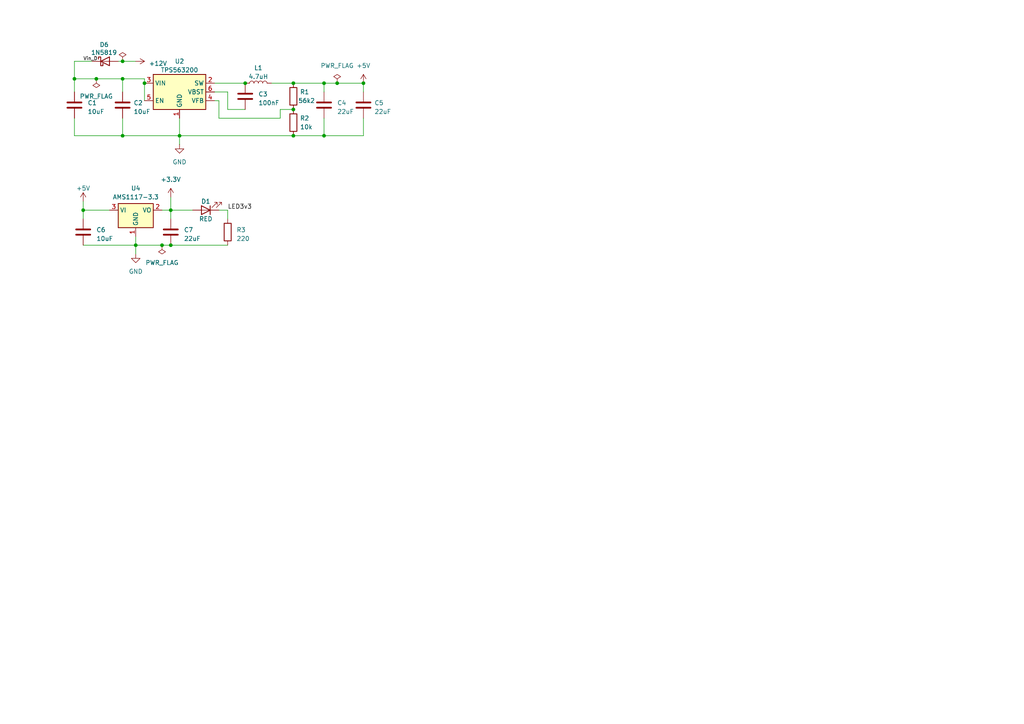
<source format=kicad_sch>
(kicad_sch (version 20231120) (generator "eeschema") (generator_version "8.0")
  (paper "A4")
  (lib_symbols
    (symbol "Device:C" (pin_numbers hide) (pin_names (offset 0.254))
      (property "Reference" "C" (at 0.635 2.54 0))
      (property "Value" "C" (at 0.635 -2.54 0))
      (symbol "C_0_1"
        (polyline (pts (xy -2.032 -0.762) (xy 2.032 -0.762)) (stroke (width 0.508)))
        (polyline (pts (xy -2.032 0.762) (xy 2.032 0.762)) (stroke (width 0.508)))
      )
      (symbol "C_1_1"
        (pin passive line (at 0 3.81 270) (length 2.794) (name "~") (number "1"))
        (pin passive line (at 0 -3.81 90) (length 2.794) (name "~") (number "2"))
      )
    )
    (symbol "Device:D_Schottky" (pin_numbers hide) (pin_names (offset 1.016) hide)
      (property "Reference" "D" (at 0 2.54 0))
      (property "Value" "D_Schottky" (at 0 -2.54 0))
      (symbol "D_Schottky_0_1"
        (polyline (pts (xy 1.27 0) (xy -1.27 0)))
        (polyline (pts (xy 1.27 1.27) (xy 1.27 -1.27) (xy -1.27 0) (xy 1.27 1.27)) (stroke (width 0.254)))
        (polyline (pts (xy -1.905 0.635) (xy -1.905 1.27) (xy -1.27 1.27) (xy -1.27 -1.27) (xy -0.635 -1.27) (xy -0.635 -0.635)) (stroke (width 0.254)))
      )
      (symbol "D_Schottky_1_1"
        (pin passive line (at -3.81 0 0) (length 2.54) (name "K") (number "1"))
        (pin passive line (at 3.81 0 180) (length 2.54) (name "A") (number "2"))
      )
    )
    (symbol "Device:L" (pin_numbers hide) (pin_names (offset 1.016) hide)
      (property "Reference" "L" (at -1.27 0 90))
      (property "Value" "L" (at 1.905 0 90))
      (symbol "L_0_1"
        (arc (start 0 -2.54) (mid 0.6323 -1.905) (end 0 -1.27))
        (arc (start 0 -1.27) (mid 0.6323 -0.635) (end 0 0))
        (arc (start 0 0) (mid 0.6323 0.635) (end 0 1.27))
        (arc (start 0 1.27) (mid 0.6323 1.905) (end 0 2.54))
      )
      (symbol "L_1_1"
        (pin passive line (at 0 3.81 270) (length 1.27) (name "1") (number "1"))
        (pin passive line (at 0 -3.81 90) (length 1.27) (name "2") (number "2"))
      )
    )
    (symbol "Device:LED" (pin_numbers hide) (pin_names (offset 1.016) hide)
      (property "Reference" "D" (at 0 2.54 0))
      (property "Value" "LED" (at 0 -2.54 0))
      (symbol "LED_0_1"
        (polyline (pts (xy -1.27 -1.27) (xy -1.27 1.27)) (stroke (width 0.254)))
        (polyline (pts (xy -1.27 0) (xy 1.27 0)))
        (polyline (pts (xy 1.27 -1.27) (xy 1.27 1.27) (xy -1.27 0) (xy 1.27 -1.27)) (stroke (width 0.254)))
        (polyline (pts (xy -3.048 -0.762) (xy -4.572 -2.286) (xy -3.81 -2.286) (xy -4.572 -2.286) (xy -4.572 -1.524)))
        (polyline (pts (xy -1.778 -0.762) (xy -3.302 -2.286) (xy -2.54 -2.286) (xy -3.302 -2.286) (xy -3.302 -1.524)))
      )
      (symbol "LED_1_1"
        (pin passive line (at -3.81 0 0) (length 2.54) (name "K") (number "1"))
        (pin passive line (at 3.81 0 180) (length 2.54) (name "A") (number "2"))
      )
    )
    (symbol "Device:R" (pin_numbers hide) (pin_names (offset 0))
      (property "Reference" "R" (at 2.032 0 90))
      (property "Value" "R" (at 0 0 90))
      (symbol "R_0_1"
        (rectangle (start -1.016 -2.54) (end 1.016 2.54) (stroke (width 0.254)))
      )
      (symbol "R_1_1"
        (pin passive line (at 0 3.81 270) (length 1.27) (name "~") (number "1"))
        (pin passive line (at 0 -3.81 90) (length 1.27) (name "~") (number "2"))
      )
    )
    (symbol "Regulator_Linear:AMS1117-3.3"
      (property "Reference" "U" (at -3.81 3.175 0))
      (property "Value" "AMS1117-3.3" (at 0 3.175 0))
      (symbol "AMS1117-3.3_0_1"
        (rectangle (start -5.08 -5.08) (end 5.08 1.905) (stroke (width 0.254)) (fill (type background)))
      )
      (symbol "AMS1117-3.3_1_1"
        (pin power_in line (at 0 -7.62 90) (length 2.54) (name "GND") (number "1"))
        (pin power_out line (at 7.62 0 180) (length 2.54) (name "VO") (number "2"))
        (pin power_in line (at -7.62 0 0) (length 2.54) (name "VI") (number "3"))
      )
    )
    (symbol "Regulator_Switching:TPS563200"
      (property "Reference" "U" (at -7.62 6.35 0))
      (property "Value" "TPS563200" (at -2.54 6.35 0))
      (symbol "TPS563200_0_1"
        (rectangle (start -7.62 5.08) (end 7.62 -5.08) (stroke (width 0.254)) (fill (type background)))
      )
      (symbol "TPS563200_1_1"
        (pin power_in line (at 0 -7.62 90) (length 2.54) (name "GND") (number "1"))
        (pin output line (at 10.16 2.54 180) (length 2.54) (name "SW") (number "2"))
        (pin power_in line (at -10.16 2.54 0) (length 2.54) (name "VIN") (number "3"))
        (pin input line (at 10.16 -2.54 180) (length 2.54) (name "VFB") (number "4"))
        (pin input line (at -10.16 -2.54 0) (length 2.54) (name "EN") (number "5"))
        (pin passive line (at 10.16 0 180) (length 2.54) (name "VBST") (number "6"))
      )
    )
    (symbol "power:+12V" (power) (pin_numbers hide) (pin_names (offset 0) hide)
      (property "Value" "+12V" (at 0 3.556 0))
      (symbol "+12V_0_1"
        (polyline (pts (xy -0.762 1.27) (xy 0 2.54)))
        (polyline (pts (xy 0 0) (xy 0 2.54)))
        (polyline (pts (xy 0 2.54) (xy 0.762 1.27)))
      )
      (symbol "+12V_1_1"
        (pin power_in line (at 0 0 90) (length 0) (name "~") (number "1"))
      )
    )
    (symbol "power:+3.3V" (power) (pin_numbers hide) (pin_names (offset 0) hide)
      (property "Value" "+3.3V" (at 0 3.556 0))
      (symbol "+3.3V_0_1"
        (polyline (pts (xy -0.762 1.27) (xy 0 2.54)))
        (polyline (pts (xy 0 0) (xy 0 2.54)))
        (polyline (pts (xy 0 2.54) (xy 0.762 1.27)))
      )
      (symbol "+3.3V_1_1"
        (pin power_in line (at 0 0 90) (length 0) (name "~") (number "1"))
      )
    )
    (symbol "power:+5V" (power) (pin_numbers hide) (pin_names (offset 0) hide)
      (property "Value" "+5V" (at 0 3.556 0))
      (symbol "+5V_0_1"
        (polyline (pts (xy -0.762 1.27) (xy 0 2.54)))
        (polyline (pts (xy 0 0) (xy 0 2.54)))
        (polyline (pts (xy 0 2.54) (xy 0.762 1.27)))
      )
      (symbol "+5V_1_1"
        (pin power_in line (at 0 0 90) (length 0) (name "~") (number "1"))
      )
    )
    (symbol "power:GND" (power) (pin_numbers hide) (pin_names (offset 0) hide)
      (property "Value" "GND" (at 0 -3.81 0))
      (symbol "GND_0_1"
        (polyline (pts (xy 0 0) (xy 0 -1.27) (xy 1.27 -1.27) (xy 0 -2.54) (xy -1.27 -1.27) (xy 0 -1.27)))
      )
      (symbol "GND_1_1"
        (pin power_in line (at 0 0 270) (length 0) (name "~") (number "1"))
      )
    )
    (symbol "power:PWR_FLAG" (power) (pin_numbers hide) (pin_names (offset 0) hide)
      (property "Value" "PWR_FLAG" (at 0 3.81 0))
      (symbol "PWR_FLAG_0_0"
        (pin power_out line (at 0 0 90) (length 0) (name "~") (number "1"))
      )
      (symbol "PWR_FLAG_0_1"
        (polyline (pts (xy 0 0) (xy 0 1.27) (xy -1.016 1.905) (xy 0 2.54) (xy 1.016 1.905) (xy 0 1.27)))
      )
    )
  )
  (junction (at 71.12 24.13))
  (junction (at 85.09 24.13))
  (junction (at 35.56 17.78))
  (junction (at 93.98 39.37))
  (junction (at 27.94 22.86))
  (junction (at 35.56 22.86))
  (junction (at 52.07 39.37))
  (junction (at 46.99 71.12))
  (junction (at 41.91 24.13))
  (junction (at 85.09 31.75))
  (junction (at 24.13 60.96))
  (junction (at 49.53 71.12))
  (junction (at 85.09 39.37))
  (junction (at 49.53 60.96))
  (junction (at 35.56 39.37))
  (junction (at 39.37 71.12))
  (junction (at 97.79 24.13))
  (junction (at 21.59 22.86))
  (junction (at 93.98 24.13))
  (junction (at 105.41 24.13))
  (wire (pts (xy 105.41 34.29) (xy 105.41 39.37)))
  (wire (pts (xy 27.94 22.86) (xy 35.56 22.86)))
  (wire (pts (xy 63.5 34.29) (xy 81.28 34.29)))
  (wire (pts (xy 105.41 26.67) (xy 105.41 24.13)))
  (wire (pts (xy 46.99 71.12) (xy 49.53 71.12)))
  (wire (pts (xy 49.53 71.12) (xy 66.04 71.12)))
  (wire (pts (xy 21.59 39.37) (xy 21.59 34.29)))
  (wire (pts (xy 39.37 71.12) (xy 46.99 71.12)))
  (wire (pts (xy 52.07 39.37) (xy 35.56 39.37)))
  (wire (pts (xy 41.91 24.13) (xy 41.91 29.21)))
  (wire (pts (xy 78.74 24.13) (xy 85.09 24.13)))
  (wire (pts (xy 81.28 31.75) (xy 85.09 31.75)))
  (wire (pts (xy 31.75 60.96) (xy 24.13 60.96)))
  (wire (pts (xy 62.23 24.13) (xy 71.12 24.13)))
  (wire (pts (xy 52.07 39.37) (xy 85.09 39.37)))
  (wire (pts (xy 52.07 41.91) (xy 52.07 39.37)))
  (wire (pts (xy 49.53 57.15) (xy 49.53 60.96)))
  (wire (pts (xy 24.13 60.96) (xy 24.13 58.42)))
  (wire (pts (xy 93.98 34.29) (xy 93.98 39.37)))
  (wire (pts (xy 66.04 31.75) (xy 71.12 31.75)))
  (wire (pts (xy 62.23 29.21) (xy 63.5 29.21)))
  (wire (pts (xy 35.56 17.78) (xy 39.37 17.78)))
  (wire (pts (xy 34.29 17.78) (xy 35.56 17.78)))
  (wire (pts (xy 21.59 39.37) (xy 35.56 39.37)))
  (wire (pts (xy 21.59 17.78) (xy 21.59 22.86)))
  (wire (pts (xy 52.07 39.37) (xy 52.07 34.29)))
  (wire (pts (xy 85.09 39.37) (xy 93.98 39.37)))
  (wire (pts (xy 63.5 60.96) (xy 66.04 60.96)))
  (wire (pts (xy 97.79 24.13) (xy 105.41 24.13)))
  (wire (pts (xy 41.91 22.86) (xy 35.56 22.86)))
  (wire (pts (xy 63.5 29.21) (xy 63.5 34.29)))
  (wire (pts (xy 39.37 73.66) (xy 39.37 71.12)))
  (wire (pts (xy 41.91 22.86) (xy 41.91 24.13)))
  (wire (pts (xy 21.59 22.86) (xy 27.94 22.86)))
  (wire (pts (xy 46.99 60.96) (xy 49.53 60.96)))
  (wire (pts (xy 21.59 22.86) (xy 21.59 26.67)))
  (wire (pts (xy 93.98 39.37) (xy 105.41 39.37)))
  (wire (pts (xy 49.53 60.96) (xy 55.88 60.96)))
  (wire (pts (xy 24.13 60.96) (xy 24.13 63.5)))
  (wire (pts (xy 35.56 39.37) (xy 35.56 34.29)))
  (wire (pts (xy 35.56 26.67) (xy 35.56 22.86)))
  (wire (pts (xy 93.98 24.13) (xy 97.79 24.13)))
  (wire (pts (xy 49.53 60.96) (xy 49.53 63.5)))
  (wire (pts (xy 21.59 17.78) (xy 26.67 17.78)))
  (wire (pts (xy 81.28 34.29) (xy 81.28 31.75)))
  (wire (pts (xy 66.04 63.5) (xy 66.04 60.96)))
  (wire (pts (xy 66.04 26.67) (xy 62.23 26.67)))
  (wire (pts (xy 93.98 26.67) (xy 93.98 24.13)))
  (wire (pts (xy 66.04 31.75) (xy 66.04 26.67)))
  (wire (pts (xy 24.13 71.12) (xy 39.37 71.12)))
  (wire (pts (xy 85.09 24.13) (xy 93.98 24.13)))
  (wire (pts (xy 39.37 68.58) (xy 39.37 71.12)))
  (label "Vin_D" (at 24.13 17.78 0) (effects (font (size 1 1))))
  (label "LED3v3" (at 66.04 60.96 0))
  (symbol (lib_id "Device:C") (at 21.59 30.48 0) (unit 1)
    (property "Reference" "C1" (at 25.4 29.845 0) (effects (justify left)))
    (property "Value" "10uF" (at 25.4 32.385 0) (effects (justify left)))
    (property "Footprint" "Capacitor_SMD:C_0805_2012Metric" (effects (hide yes)))
    (property "Description" "Unpolarized capacitor" (effects (hide yes)))
    (property "LCSC" " C15850" (effects (hide yes)))
  )
  (symbol (lib_id "Regulator_Switching:TPS563200") (at 52.07 26.67 0) (unit 1)
    (property "Reference" "U2" (at 52.07 17.78 0))
    (property "Value" "TPS563200" (at 52.07 20.32 0))
    (property "Footprint" "Package_TO_SOT_SMD:SOT-23-6" (effects (hide yes)))
    (property "Datasheet" "http://www.ti.com/lit/ds/symlink/tps563200.pdf" (effects (hide yes)))
    (property "Description" "3A Synchronous Step-Down Voltage Regulator, Adjustable Output Voltage, 4.5-17V Input Voltage, SOT-23-6" (effects (hide yes)))
    (property "LCSC" "C97253" (effects (hide yes)))
  )
  (symbol (lib_id "power:+3.3V") (at 49.53 57.15 0) (unit 1)
    (property "Reference" "#PWR05" (effects (hide yes)))
    (property "Value" "+3.3V" (at 49.53 52.07 0))
    (property "Description" "Power symbol creates a global label with name \"+3.3V\"" (effects (hide yes)))
  )
  (symbol (lib_id "power:PWR_FLAG") (at 27.94 22.86 180) (unit 1)
    (property "Reference" "#FLG07" (effects (hide yes)))
    (property "Value" "PWR_FLAG" (at 27.94 27.94 0))
    (property "Description" "Special symbol for telling ERC where power comes from" (effects (hide yes)))
  )
  (symbol (lib_id "power:+5V") (at 24.13 58.42 0) (unit 1)
    (property "Reference" "#PWR03" (effects (hide yes)))
    (property "Value" "+5V" (at 24.13 54.61 0))
    (property "Description" "Power symbol creates a global label with name \"+5V\"" (effects (hide yes)))
  )
  (symbol (lib_id "power:PWR_FLAG") (at 35.56 17.78 0) (unit 1)
    (property "Reference" "#FLG04" (effects (hide yes)))
    (property "Value" "PWR_FLAG" (effects (hide yes)))
    (property "Description" "Special symbol for telling ERC where power comes from" (effects (hide yes)))
  )
  (symbol (lib_id "power:GND") (at 52.07 41.91 0) (unit 1)
    (property "Reference" "#PWR01" (effects (hide yes)))
    (property "Value" "GND" (at 52.07 46.99 0))
    (property "Description" "Power symbol creates a global label with name \"GND\" , ground" (effects (hide yes)))
  )
  (symbol (lib_id "power:PWR_FLAG") (at 97.79 24.13 0) (unit 1)
    (property "Reference" "#FLG02" (effects (hide yes)))
    (property "Value" "PWR_FLAG" (at 97.79 19.05 0))
    (property "Description" "Special symbol for telling ERC where power comes from" (effects (hide yes)))
  )
  (symbol (lib_id "power:+5V") (at 105.41 24.13 0) (unit 1)
    (property "Reference" "#PWR02" (effects (hide yes)))
    (property "Value" "+5V" (at 105.41 19.05 0))
    (property "Description" "Power symbol creates a global label with name \"+5V\"" (effects (hide yes)))
  )
  (symbol (lib_id "Device:C") (at 49.53 67.31 0) (unit 1)
    (property "Reference" "C7" (at 53.34 66.675 0) (effects (justify left)))
    (property "Value" "22uF" (at 53.34 69.215 0) (effects (justify left)))
    (property "Footprint" "Capacitor_SMD:C_0805_2012Metric" (effects (hide yes)))
    (property "Description" "Unpolarized capacitor" (effects (hide yes)))
    (property "LCSC" "C45783" (effects (hide yes)))
  )
  (symbol (lib_id "power:+12V") (at 39.37 17.78 270) (unit 1)
    (property "Reference" "#PWR056" (effects (hide yes)))
    (property "Value" "+12V" (at 43.18 18.415 90) (effects (justify left)))
    (property "Description" "Power symbol creates a global label with name \"+12V\"" (effects (hide yes)))
  )
  (symbol (lib_id "Device:LED") (at 59.69 60.96 180) (unit 1)
    (property "Reference" "D1" (at 59.69 58.42 0))
    (property "Value" "RED" (at 59.69 63.5 0))
    (property "Footprint" "Diode_SMD:D_0603_1608Metric" (effects (hide yes)))
    (property "Description" "Light emitting diode" (effects (hide yes)))
    (property "LCSC" "C2286" (effects (hide yes)))
  )
  (symbol (lib_id "Device:D_Schottky") (at 30.48 17.78 0) (unit 1)
    (property "Reference" "D6" (at 30.226 12.954 0))
    (property "Value" "1N5819" (at 30.1625 15.24 0))
    (property "Footprint" "Diode_SMD:D_SOD-323_HandSoldering" (effects (hide yes)))
    (property "Description" "Schottky diode" (effects (hide yes)))
    (property "LCSC" "C191023" (effects (hide yes)))
  )
  (symbol (lib_id "power:PWR_FLAG") (at 46.99 71.12 180) (unit 1)
    (property "Reference" "#FLG03" (effects (hide yes)))
    (property "Value" "PWR_FLAG" (at 46.99 76.2 0))
    (property "Description" "Special symbol for telling ERC where power comes from" (effects (hide yes)))
  )
  (symbol (lib_id "Regulator_Linear:AMS1117-3.3") (at 39.37 60.96 0) (unit 1)
    (property "Reference" "U4" (at 39.37 54.61 0))
    (property "Value" "AMS1117-3.3" (at 39.37 57.15 0))
    (property "Footprint" "Package_TO_SOT_SMD:SOT-223-3_TabPin2" (effects (hide yes)))
    (property "Datasheet" "http://www.advanced-monolithic.com/pdf/ds1117.pdf" (effects (hide yes)))
    (property "Description" "1A Low Dropout regulator, positive, 3.3V fixed output, SOT-223" (effects (hide yes)))
    (property "LCSC" "C6186" (effects (hide yes)))
  )
  (symbol (lib_id "power:GND") (at 39.37 73.66 0) (unit 1)
    (property "Reference" "#PWR04" (effects (hide yes)))
    (property "Value" "GND" (at 39.37 78.74 0))
    (property "Description" "Power symbol creates a global label with name \"GND\" , ground" (effects (hide yes)))
  )
  (symbol (lib_id "Device:C") (at 105.41 30.48 0) (unit 1)
    (property "Reference" "C5" (at 108.585 29.845 0) (effects (justify left)))
    (property "Value" "22uF" (at 108.585 32.385 0) (effects (justify left)))
    (property "Footprint" "Capacitor_SMD:C_0805_2012Metric" (effects (hide yes)))
    (property "Description" "Unpolarized capacitor" (effects (hide yes)))
    (property "LCSC" "C45783" (effects (hide yes)))
  )
  (symbol (lib_id "Device:C") (at 71.12 27.94 0) (unit 1)
    (property "Reference" "C3" (at 74.93 27.305 0) (effects (justify left)))
    (property "Value" "100nF" (at 74.93 29.845 0) (effects (justify left)))
    (property "Footprint" "Capacitor_SMD:C_0603_1608Metric" (effects (hide yes)))
    (property "Description" "Unpolarized capacitor" (effects (hide yes)))
    (property "LCSC" "C14663" (effects (hide yes)))
  )
  (symbol (lib_id "Device:L") (at 74.93 24.13 90) (unit 1)
    (property "Reference" "L1" (at 74.93 19.685 90))
    (property "Value" "4.7uH" (at 74.93 22.225 90))
    (property "Footprint" "Inductor_SMD:L_Cenker_CKCS6045" (effects (hide yes)))
    (property "Description" "Inductor" (effects (hide yes)))
    (property "LCSC" "C5291878" (effects (hide yes)))
  )
  (symbol (lib_id "Device:C") (at 24.13 67.31 0) (unit 1)
    (property "Reference" "C6" (at 27.94 66.675 0) (effects (justify left)))
    (property "Value" "10uF" (at 27.94 69.215 0) (effects (justify left)))
    (property "Footprint" "Capacitor_SMD:C_0805_2012Metric" (effects (hide yes)))
    (property "Description" "Unpolarized capacitor" (effects (hide yes)))
    (property "LCSC" " C15850" (effects (hide yes)))
  )
  (symbol (lib_id "Device:R") (at 66.04 67.31 0) (unit 1)
    (property "Reference" "R3" (at 68.58 66.675 0) (effects (justify left)))
    (property "Value" "220" (at 68.58 69.215 0) (effects (justify left)))
    (property "Footprint" "Resistor_SMD:R_0402_1005Metric" (effects (hide yes)))
    (property "Description" "Resistor" (effects (hide yes)))
    (property "LCSC" "C25091" (effects (hide yes)))
  )
  (symbol (lib_id "Device:R") (at 85.09 35.56 0) (unit 1)
    (property "Reference" "R2" (at 86.995 34.2899 0) (effects (justify left)))
    (property "Value" "10k" (at 86.995 36.8299 0) (effects (justify left)))
    (property "Footprint" "Resistor_SMD:R_0402_1005Metric" (effects (hide yes)))
    (property "Description" "Resistor" (effects (hide yes)))
    (property "LCSC" "C25744" (effects (hide yes)))
  )
  (symbol (lib_id "Device:C") (at 93.98 30.48 0) (unit 1)
    (property "Reference" "C4" (at 97.79 29.845 0) (effects (justify left)))
    (property "Value" "22uF" (at 97.79 32.385 0) (effects (justify left)))
    (property "Footprint" "Capacitor_SMD:C_0805_2012Metric" (effects (hide yes)))
    (property "Description" "Unpolarized capacitor" (effects (hide yes)))
    (property "LCSC" "C45783" (effects (hide yes)))
  )
  (symbol (lib_id "Device:C") (at 35.56 30.48 0) (unit 1)
    (property "Reference" "C2" (at 38.735 29.845 0) (effects (justify left)))
    (property "Value" "10uF" (at 38.735 32.385 0) (effects (justify left)))
    (property "Footprint" "Capacitor_SMD:C_0805_2012Metric" (effects (hide yes)))
    (property "Description" "Unpolarized capacitor" (effects (hide yes)))
    (property "LCSC" " C15850" (effects (hide yes)))
  )
  (symbol (lib_id "Device:R") (at 85.09 27.94 0) (unit 1)
    (property "Reference" "R1" (at 86.995 26.6699 0) (effects (justify left)))
    (property "Value" "56k2" (at 86.487 29.21 0) (effects (justify left)))
    (property "Footprint" "Resistor_SMD:R_0402_1005Metric" (effects (hide yes)))
    (property "Description" "Resistor" (effects (hide yes)))
    (property "LCSC" "C25796" (effects (hide yes)))
  )
)
</source>
